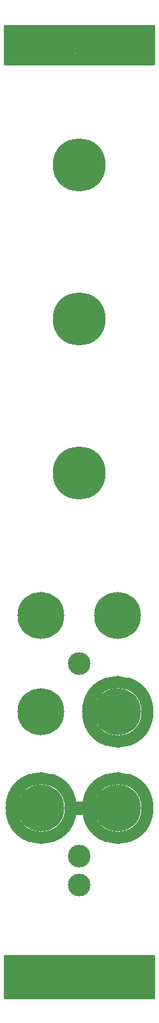
<source format=gbr>
G04 #@! TF.GenerationSoftware,KiCad,Pcbnew,(5.1.9-0-10_14)*
G04 #@! TF.CreationDate,2021-01-17T22:18:43-06:00*
G04 #@! TF.ProjectId,JNTUB_panel,4a4e5455-425f-4706-916e-656c2e6b6963,rev?*
G04 #@! TF.SameCoordinates,Original*
G04 #@! TF.FileFunction,Soldermask,Top*
G04 #@! TF.FilePolarity,Negative*
%FSLAX46Y46*%
G04 Gerber Fmt 4.6, Leading zero omitted, Abs format (unit mm)*
G04 Created by KiCad (PCBNEW (5.1.9-0-10_14)) date 2021-01-17 22:18:43*
%MOMM*%
%LPD*%
G01*
G04 APERTURE LIST*
%ADD10C,1.600000*%
%ADD11C,1.800000*%
%ADD12O,4.750000X3.300000*%
%ADD13O,4.650000X3.200000*%
%ADD14C,3.000000*%
%ADD15C,6.200000*%
%ADD16C,7.000000*%
%ADD17C,0.254000*%
%ADD18C,0.100000*%
G04 APERTURE END LIST*
D10*
X106299000Y-125730000D02*
G75*
G03*
X106299000Y-125730000I-3937000J0D01*
G01*
D11*
X96202000Y-138430000D02*
X98362000Y-138430000D01*
D10*
X106299000Y-138430000D02*
G75*
G03*
X106299000Y-138430000I-3937000J0D01*
G01*
X96139000Y-138430000D02*
G75*
G03*
X96139000Y-138430000I-3937000J0D01*
G01*
D12*
G04 #@! TO.C,REF\u002A\u002A*
X94615000Y-160578800D03*
G04 #@! TD*
D13*
G04 #@! TO.C,REF\u002A\u002A*
X94615000Y-38049200D03*
G04 #@! TD*
D14*
G04 #@! TO.C,REF\u002A\u002A*
X97282000Y-148590000D03*
G04 #@! TD*
G04 #@! TO.C,REF\u002A\u002A*
X97282000Y-144780000D03*
G04 #@! TD*
G04 #@! TO.C,REF\u002A\u002A*
X97282000Y-119380000D03*
G04 #@! TD*
D15*
G04 #@! TO.C,REF\u002A\u002A*
X102362000Y-138430000D03*
G04 #@! TD*
G04 #@! TO.C,REF\u002A\u002A*
X92202000Y-138430000D03*
G04 #@! TD*
G04 #@! TO.C,REF\u002A\u002A*
X92202000Y-125730000D03*
G04 #@! TD*
G04 #@! TO.C,REF\u002A\u002A*
X102362000Y-125730000D03*
G04 #@! TD*
G04 #@! TO.C,REF\u002A\u002A*
X102362000Y-113030000D03*
G04 #@! TD*
G04 #@! TO.C,REF\u002A\u002A*
X92202000Y-113030000D03*
G04 #@! TD*
D16*
G04 #@! TO.C,REF\u002A\u002A*
X97282000Y-94234000D03*
G04 #@! TD*
G04 #@! TO.C,REF\u002A\u002A*
X97282000Y-73914000D03*
G04 #@! TD*
G04 #@! TO.C,REF\u002A\u002A*
X97282000Y-53594000D03*
G04 #@! TD*
D17*
X107188000Y-163449000D02*
X87376000Y-163449000D01*
X87376000Y-160578800D01*
X92227400Y-160578800D01*
X92247101Y-160829126D01*
X92305719Y-161073289D01*
X92401811Y-161305276D01*
X92533011Y-161519374D01*
X92696088Y-161710312D01*
X92887026Y-161873389D01*
X93101124Y-162004589D01*
X93333111Y-162100681D01*
X93577274Y-162159299D01*
X93827600Y-162179000D01*
X95402400Y-162179000D01*
X95652726Y-162159299D01*
X95896889Y-162100681D01*
X96128876Y-162004589D01*
X96342974Y-161873389D01*
X96533912Y-161710312D01*
X96696989Y-161519374D01*
X96828189Y-161305276D01*
X96924281Y-161073289D01*
X96982899Y-160829126D01*
X97002600Y-160578800D01*
X96982899Y-160328474D01*
X96924281Y-160084311D01*
X96828189Y-159852324D01*
X96696989Y-159638226D01*
X96533912Y-159447288D01*
X96342974Y-159284211D01*
X96128876Y-159153011D01*
X95896889Y-159056919D01*
X95652726Y-158998301D01*
X95402400Y-158978600D01*
X93827600Y-158978600D01*
X93577274Y-158998301D01*
X93333111Y-159056919D01*
X93101124Y-159153011D01*
X92887026Y-159284211D01*
X92696088Y-159447288D01*
X92533011Y-159638226D01*
X92401811Y-159852324D01*
X92305719Y-160084311D01*
X92247101Y-160328474D01*
X92227400Y-160578800D01*
X87376000Y-160578800D01*
X87376000Y-157861000D01*
X107188000Y-157861000D01*
X107188000Y-163449000D01*
D18*
G36*
X107188000Y-163449000D02*
G01*
X87376000Y-163449000D01*
X87376000Y-160578800D01*
X92227400Y-160578800D01*
X92247101Y-160829126D01*
X92305719Y-161073289D01*
X92401811Y-161305276D01*
X92533011Y-161519374D01*
X92696088Y-161710312D01*
X92887026Y-161873389D01*
X93101124Y-162004589D01*
X93333111Y-162100681D01*
X93577274Y-162159299D01*
X93827600Y-162179000D01*
X95402400Y-162179000D01*
X95652726Y-162159299D01*
X95896889Y-162100681D01*
X96128876Y-162004589D01*
X96342974Y-161873389D01*
X96533912Y-161710312D01*
X96696989Y-161519374D01*
X96828189Y-161305276D01*
X96924281Y-161073289D01*
X96982899Y-160829126D01*
X97002600Y-160578800D01*
X96982899Y-160328474D01*
X96924281Y-160084311D01*
X96828189Y-159852324D01*
X96696989Y-159638226D01*
X96533912Y-159447288D01*
X96342974Y-159284211D01*
X96128876Y-159153011D01*
X95896889Y-159056919D01*
X95652726Y-158998301D01*
X95402400Y-158978600D01*
X93827600Y-158978600D01*
X93577274Y-158998301D01*
X93333111Y-159056919D01*
X93101124Y-159153011D01*
X92887026Y-159284211D01*
X92696088Y-159447288D01*
X92533011Y-159638226D01*
X92401811Y-159852324D01*
X92305719Y-160084311D01*
X92247101Y-160328474D01*
X92227400Y-160578800D01*
X87376000Y-160578800D01*
X87376000Y-157861000D01*
X107188000Y-157861000D01*
X107188000Y-163449000D01*
G37*
D17*
X107188000Y-40259000D02*
X87376000Y-40259000D01*
X87376000Y-38049200D01*
X92227400Y-38049200D01*
X92247101Y-38299526D01*
X92305719Y-38543689D01*
X92401811Y-38775676D01*
X92533011Y-38989774D01*
X92696088Y-39180712D01*
X92887026Y-39343789D01*
X93101124Y-39474989D01*
X93333111Y-39571081D01*
X93577274Y-39629699D01*
X93827600Y-39649400D01*
X95402400Y-39649400D01*
X95652726Y-39629699D01*
X95896889Y-39571081D01*
X96128876Y-39474989D01*
X96342974Y-39343789D01*
X96533912Y-39180712D01*
X96696989Y-38989774D01*
X96828189Y-38775676D01*
X96924281Y-38543689D01*
X96982899Y-38299526D01*
X97002600Y-38049200D01*
X96982899Y-37798874D01*
X96924281Y-37554711D01*
X96828189Y-37322724D01*
X96696989Y-37108626D01*
X96533912Y-36917688D01*
X96342974Y-36754611D01*
X96128876Y-36623411D01*
X95896889Y-36527319D01*
X95652726Y-36468701D01*
X95402400Y-36449000D01*
X93827600Y-36449000D01*
X93577274Y-36468701D01*
X93333111Y-36527319D01*
X93101124Y-36623411D01*
X92887026Y-36754611D01*
X92696088Y-36917688D01*
X92533011Y-37108626D01*
X92401811Y-37322724D01*
X92305719Y-37554711D01*
X92247101Y-37798874D01*
X92227400Y-38049200D01*
X87376000Y-38049200D01*
X87376000Y-35179000D01*
X107188000Y-35179000D01*
X107188000Y-40259000D01*
D18*
G36*
X107188000Y-40259000D02*
G01*
X87376000Y-40259000D01*
X87376000Y-38049200D01*
X92227400Y-38049200D01*
X92247101Y-38299526D01*
X92305719Y-38543689D01*
X92401811Y-38775676D01*
X92533011Y-38989774D01*
X92696088Y-39180712D01*
X92887026Y-39343789D01*
X93101124Y-39474989D01*
X93333111Y-39571081D01*
X93577274Y-39629699D01*
X93827600Y-39649400D01*
X95402400Y-39649400D01*
X95652726Y-39629699D01*
X95896889Y-39571081D01*
X96128876Y-39474989D01*
X96342974Y-39343789D01*
X96533912Y-39180712D01*
X96696989Y-38989774D01*
X96828189Y-38775676D01*
X96924281Y-38543689D01*
X96982899Y-38299526D01*
X97002600Y-38049200D01*
X96982899Y-37798874D01*
X96924281Y-37554711D01*
X96828189Y-37322724D01*
X96696989Y-37108626D01*
X96533912Y-36917688D01*
X96342974Y-36754611D01*
X96128876Y-36623411D01*
X95896889Y-36527319D01*
X95652726Y-36468701D01*
X95402400Y-36449000D01*
X93827600Y-36449000D01*
X93577274Y-36468701D01*
X93333111Y-36527319D01*
X93101124Y-36623411D01*
X92887026Y-36754611D01*
X92696088Y-36917688D01*
X92533011Y-37108626D01*
X92401811Y-37322724D01*
X92305719Y-37554711D01*
X92247101Y-37798874D01*
X92227400Y-38049200D01*
X87376000Y-38049200D01*
X87376000Y-35179000D01*
X107188000Y-35179000D01*
X107188000Y-40259000D01*
G37*
M02*

</source>
